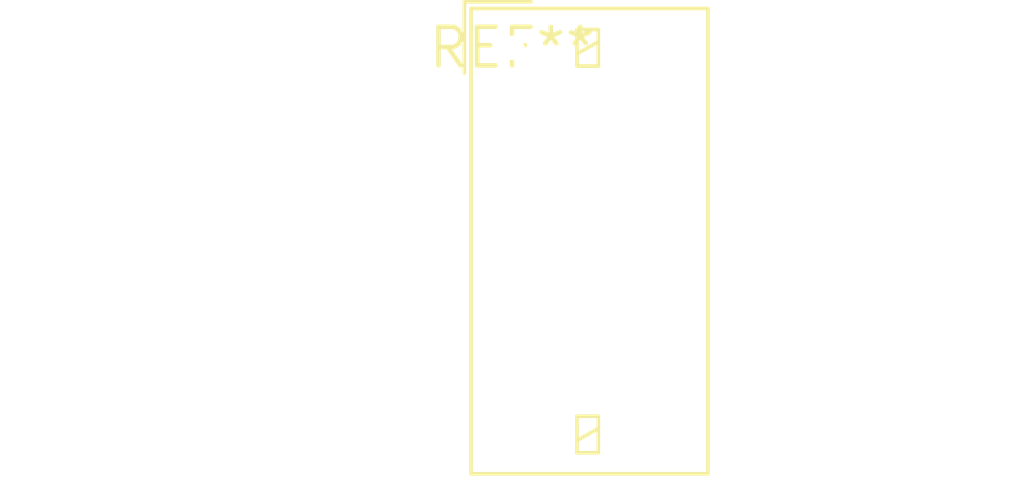
<source format=kicad_pcb>
(kicad_pcb (version 20240108) (generator pcbnew)
  (layers (0 "F.Cu" signal) (31 "B.Cu" signal) (34 "B.Paste" user) (35 "F.Paste" user) (36 "B.SilkS" user "B.Silkscreen") (37 "F.SilkS" user "F.Silkscreen") (38 "B.Mask" user) (39 "F.Mask" user) (44 "Edge.Cuts" user))
  (net 0 "")
  (footprint "Relay_DPDT_Kemet_EC2_DoubleCoil" (layer "F.Cu") (at 0 0)
    (property "Reference" "REF**")
    (property "Value" "Relay_DPDT_Kemet_EC2_DoubleCoil")
    (fp_line (start -1.57 -1.51) (end 0.62 -1.51) (layer "F.SilkS") (stroke (width 0.12)))
    (fp_line (start -1.57 0.83) (end -1.57 -1.51) (layer "F.SilkS") (stroke (width 0.12)))
    (fp_line (start -1.35 -1.27) (end -1.35 13.99) (layer "F.SilkS") (stroke (width 0.12)))
    (fp_line (start 2.13 -0.6) (end 2.13 0.6) (layer "F.SilkS") (stroke (width 0.12)))
    (fp_line (start 2.13 0.2) (end 2.83 -0.2) (layer "F.SilkS") (stroke (width 0.12)))
    (fp_line (start 2.13 0.6) (end 2.83 0.6) (layer "F.SilkS") (stroke (width 0.12)))
    (fp_line (start 2.13 12.1) (end 2.13 13.3) (layer "F.SilkS") (stroke (width 0.12)))
    (fp_line (start 2.13 12.9) (end 2.83 12.5) (layer "F.SilkS") (stroke (width 0.12)))
    (fp_line (start 2.13 13.3) (end 2.83 13.3) (layer "F.SilkS") (stroke (width 0.12)))
    (fp_line (start 2.83 -0.6) (end 2.13 -0.6) (layer "F.SilkS") (stroke (width 0.12)))
    (fp_line (start 2.83 0.6) (end 2.83 -0.6) (layer "F.SilkS") (stroke (width 0.12)))
    (fp_line (start 2.83 12.1) (end 2.13 12.1) (layer "F.SilkS") (stroke (width 0.12)))
    (fp_line (start 2.83 13.3) (end 2.83 12.1) (layer "F.SilkS") (stroke (width 0.12)))
    (fp_line (start 6.43 -1.29) (end -1.35 -1.29) (layer "F.SilkS") (stroke (width 0.12)))
    (fp_line (start 6.43 -1.29) (end 6.43 13.99) (layer "F.SilkS") (stroke (width 0.12)))
    (fp_line (start 6.43 13.99) (end -1.35 13.99) (layer "F.SilkS") (stroke (width 0.12)))
    (pad "1" thru_hole roundrect (at 0 0) (size 1.5 1.5) (drill 0.8) (layers *.Cu *.Mask) (remove_unused_layers) (roundrect_rratio 0.167))
    (pad "3" thru_hole circle (at 0 5.08) (size 1.5 1.5) (drill 0.8) (layers *.Cu *.Mask) (remove_unused_layers))
    (pad "4" thru_hole circle (at 0 7.62) (size 1.5 1.5) (drill 0.8) (layers *.Cu *.Mask) (remove_unused_layers))
    (pad "5" thru_hole circle (at 0 10.16) (size 1.5 1.5) (drill 0.8) (layers *.Cu *.Mask) (remove_unused_layers))
    (pad "6" thru_hole circle (at 0 12.7) (size 1.5 1.5) (drill 0.8) (layers *.Cu *.Mask) (remove_unused_layers))
    (pad "7" thru_hole circle (at 5.08 12.7) (size 1.5 1.5) (drill 0.8) (layers *.Cu *.Mask) (remove_unused_layers))
    (pad "8" thru_hole circle (at 5.08 10.16) (size 1.5 1.5) (drill 0.8) (layers *.Cu *.Mask) (remove_unused_layers))
    (pad "9" thru_hole circle (at 5.08 7.62) (size 1.5 1.5) (drill 0.8) (layers *.Cu *.Mask) (remove_unused_layers))
    (pad "10" thru_hole circle (at 5.08 5.08) (size 1.5 1.5) (drill 0.8) (layers *.Cu *.Mask) (remove_unused_layers))
    (pad "12" thru_hole circle (at 5.08 0) (size 1.5 1.5) (drill 0.8) (layers *.Cu *.Mask) (remove_unused_layers))
  )
)
</source>
